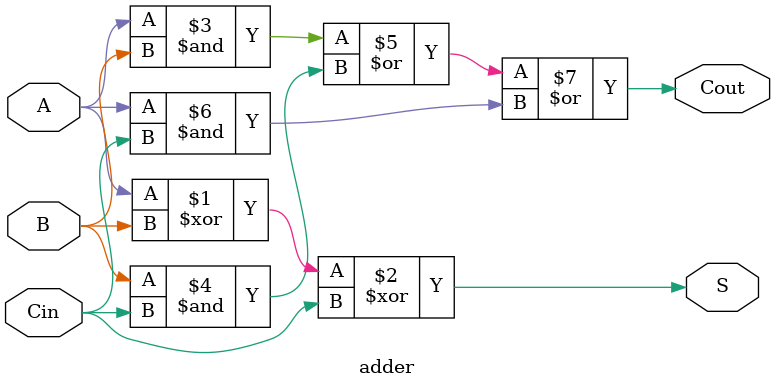
<source format=v>
module adder(A, B, Cin, S, Cout);
  input A, B, Cin;
  output S, Cout;

// -------- insert your code here ------------
  assign S = A ^ B ^ Cin;
  assign Cout = A & B | B & Cin | A & Cin; 

// -------------------------------------------

endmodule
</source>
